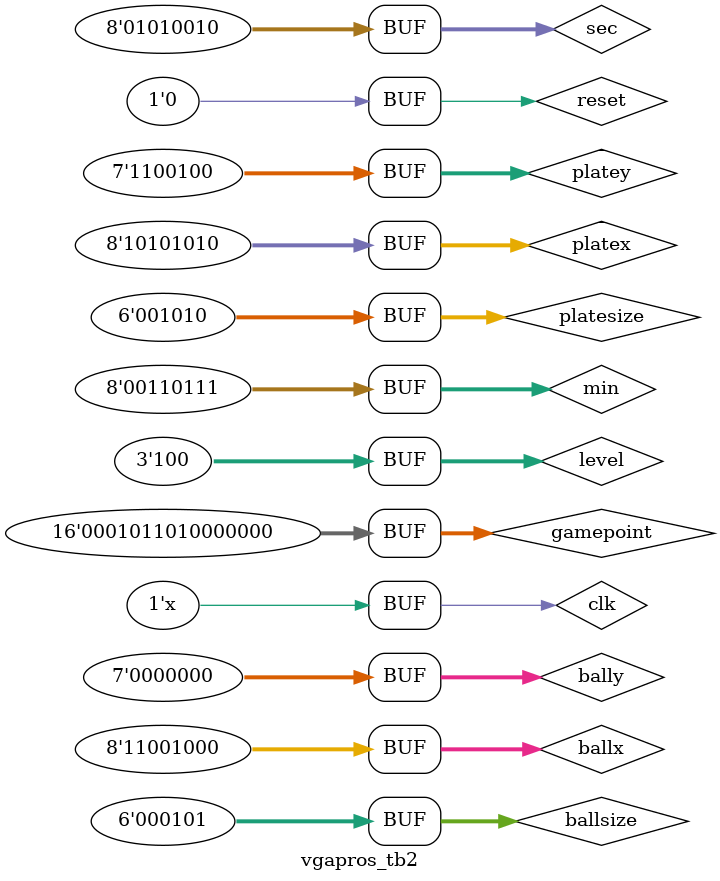
<source format=v>
module vgapros_tb2  ; 

parameter seg0y  = 8 ;
parameter seg27x  = 143 ;
parameter seg05x  = 125 ;
parameter seg1y  = 50 ;
parameter seg2y  = 80 ;
parameter seg38x  = 150 ;
parameter seg16x  = 132 ;
parameter seg4x  = 135 ; 
  reg    reset   ; 
  reg  [7:0]  sec   ; 
  wire    plot   ; 
  wire  [7:0]  x   ; 
  reg  [2:0]  level   ; 
  wire  [6:0]  y   ; 
  reg  [5:0]  platesize   ; 
  reg    clk   ; 
  reg  [7:0]  ballx   ; 
  reg  [7:0]  min   ; 
  reg  [15:0]  gamepoint   ; 
  reg  [6:0]  bally   ; 
  reg  [7:0]  platex   ; 
  reg  [5:0]  ballsize   ; 
  wire  [2:0]  color   ; 
  reg  [6:0]  platey   ; 
  initial
  begin
    clk=0;
    reset=1;
    #3 reset=0;
    level=4;
    sec=8'b01010010;
    min=8'b00110111;
    gamepoint=16'b0001_0110_1000_0000;
    bally<=0;
    ballx<=110;
    platesize<=10;
    ballsize<=5;
    platex<=170;
    platey<=100;
    #20000 
    ballx<=200;
    
  end
  always #1
  begin
    clk=~clk;
  end
  
  vga    
   DUT  ( 
       .reset (reset ) ,
      .sec (sec ) ,
      .plot (plot ) ,
      .x (x ) ,
      .level (level ) ,
      .y (y ) ,
      .platesize (platesize ) ,
      .clk (clk ) ,
      .ballx (ballx ) ,
      .min (min ) ,
      .gamepoint (gamepoint ) ,
      .bally (bally ) ,
      .platex (platex ) ,
      .ballsize (ballsize ) ,
      .color (color ) ,
      .platey (platey ) ); 

endmodule


</source>
